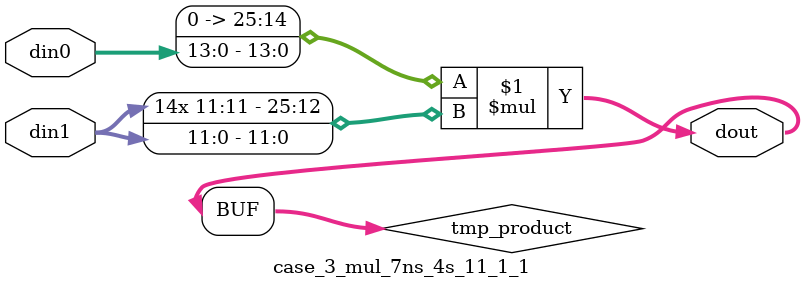
<source format=v>

`timescale 1 ns / 1 ps

 (* use_dsp = "no" *)  module case_3_mul_7ns_4s_11_1_1(din0, din1, dout);
parameter ID = 1;
parameter NUM_STAGE = 0;
parameter din0_WIDTH = 14;
parameter din1_WIDTH = 12;
parameter dout_WIDTH = 26;

input [din0_WIDTH - 1 : 0] din0; 
input [din1_WIDTH - 1 : 0] din1; 
output [dout_WIDTH - 1 : 0] dout;

wire signed [dout_WIDTH - 1 : 0] tmp_product;

























assign tmp_product = $signed({1'b0, din0}) * $signed(din1);










assign dout = tmp_product;





















endmodule

</source>
